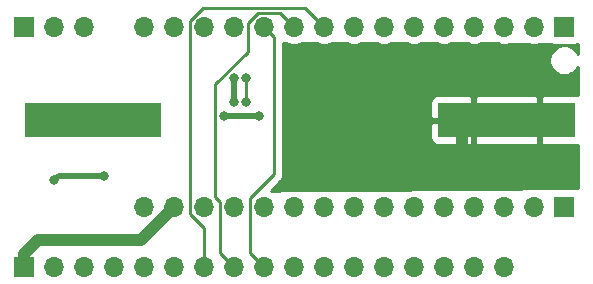
<source format=gbr>
G04 #@! TF.GenerationSoftware,KiCad,Pcbnew,5.1.5+dfsg1-2build2*
G04 #@! TF.CreationDate,2021-06-04T03:42:04+02:00*
G04 #@! TF.ProjectId,circuit8,63697263-7569-4743-982e-6b696361645f,rev?*
G04 #@! TF.SameCoordinates,Original*
G04 #@! TF.FileFunction,Copper,L2,Bot*
G04 #@! TF.FilePolarity,Positive*
%FSLAX46Y46*%
G04 Gerber Fmt 4.6, Leading zero omitted, Abs format (unit mm)*
G04 Created by KiCad (PCBNEW 5.1.5+dfsg1-2build2) date 2021-06-04 03:42:04*
%MOMM*%
%LPD*%
G04 APERTURE LIST*
%ADD10R,6.000000X3.000000*%
%ADD11O,1.700000X1.700000*%
%ADD12R,1.700000X1.700000*%
%ADD13C,0.800000*%
%ADD14C,1.000000*%
%ADD15C,0.500000*%
%ADD16C,0.250000*%
%ADD17C,0.254000*%
G04 APERTURE END LIST*
D10*
X28432000Y-33274000D03*
X69032000Y-33274000D03*
X34032000Y-33274000D03*
X63432000Y-33274000D03*
D11*
X35560000Y-25400000D03*
X38100000Y-25400000D03*
X40640000Y-25400000D03*
X43180000Y-25400000D03*
X45720000Y-25400000D03*
X48260000Y-25400000D03*
X50800000Y-25400000D03*
X53340000Y-25400000D03*
X55880000Y-25400000D03*
X58420000Y-25400000D03*
X60960000Y-25400000D03*
X63500000Y-25400000D03*
X66040000Y-25400000D03*
X68580000Y-25400000D03*
D12*
X71120000Y-25400000D03*
X71120000Y-40640000D03*
D11*
X68580000Y-40640000D03*
X66040000Y-40640000D03*
X63500000Y-40640000D03*
X60960000Y-40640000D03*
X58420000Y-40640000D03*
X55880000Y-40640000D03*
X53340000Y-40640000D03*
X50800000Y-40640000D03*
X48260000Y-40640000D03*
X45720000Y-40640000D03*
X43180000Y-40640000D03*
X40640000Y-40640000D03*
X38100000Y-40640000D03*
X35560000Y-40640000D03*
D12*
X25400000Y-45720000D03*
D11*
X27940000Y-45720000D03*
X30480000Y-45720000D03*
X33020000Y-45720000D03*
X35560000Y-45720000D03*
X38100000Y-45720000D03*
X40640000Y-45720000D03*
X43180000Y-45720000D03*
X45720000Y-45720000D03*
X48260000Y-45720000D03*
X50800000Y-45720000D03*
X53340000Y-45720000D03*
X55880000Y-45720000D03*
X58420000Y-45720000D03*
X60960000Y-45720000D03*
X63500000Y-45720000D03*
X66040000Y-45720000D03*
D12*
X25400000Y-25400000D03*
D11*
X27940000Y-25400000D03*
X30480000Y-25400000D03*
D13*
X28956000Y-43434000D03*
X43180000Y-31750000D03*
X43180000Y-29718000D03*
X62484000Y-38608000D03*
X45324000Y-32878000D03*
X27940000Y-38354000D03*
X32131000Y-37973000D03*
X42306000Y-32878000D03*
X44196000Y-31750000D03*
X44196000Y-29718000D03*
D14*
X26586000Y-43434000D02*
X25400000Y-44620000D01*
X25400000Y-44620000D02*
X25400000Y-45720000D01*
X28956000Y-43434000D02*
X26586000Y-43434000D01*
X35306000Y-43434000D02*
X38100000Y-40640000D01*
X28956000Y-43434000D02*
X35306000Y-43434000D01*
D15*
X43180000Y-31750000D02*
X43180000Y-29718000D01*
D16*
X43180000Y-29718000D02*
X43180000Y-29718000D01*
X62484000Y-33326000D02*
X62432000Y-33274000D01*
D14*
X62484000Y-38608000D02*
X62484000Y-33580000D01*
D15*
X45324000Y-32878000D02*
X42306000Y-32878000D01*
D16*
X42306000Y-32878000D02*
X42306000Y-32878000D01*
X32112001Y-37954001D02*
X32131000Y-37973000D01*
X32131000Y-37973000D02*
X32258000Y-38100000D01*
X42306000Y-32878000D02*
X42306000Y-32878000D01*
D15*
X28321000Y-37973000D02*
X27940000Y-38354000D01*
X32131000Y-37973000D02*
X28321000Y-37973000D01*
D16*
X44870001Y-44870001D02*
X45720000Y-45720000D01*
X44544999Y-39886001D02*
X44544999Y-44544999D01*
X46569999Y-37861001D02*
X44544999Y-39886001D01*
X46569999Y-26249999D02*
X46569999Y-37861001D01*
X44544999Y-44544999D02*
X44870001Y-44870001D01*
X45720000Y-25400000D02*
X46569999Y-26249999D01*
X42004999Y-44544999D02*
X42330001Y-44870001D01*
X42004999Y-40226999D02*
X42004999Y-44544999D01*
X41580999Y-39802999D02*
X42004999Y-40226999D01*
X41580999Y-30243999D02*
X41580999Y-39802999D01*
X44355001Y-27469997D02*
X41580999Y-30243999D01*
X42330001Y-44870001D02*
X43180000Y-45720000D01*
X44355001Y-25025997D02*
X44355001Y-27469997D01*
X45155999Y-24224999D02*
X44355001Y-25025997D01*
X47084999Y-24224999D02*
X45155999Y-24224999D01*
X48260000Y-25400000D02*
X47084999Y-24224999D01*
X40640000Y-44517919D02*
X40640000Y-45720000D01*
X40640000Y-42379002D02*
X40640000Y-44517919D01*
X39464999Y-41204001D02*
X40640000Y-42379002D01*
X39464999Y-24835999D02*
X39464999Y-41204001D01*
X49151247Y-23751247D02*
X40549751Y-23751247D01*
X40549751Y-23751247D02*
X39464999Y-24835999D01*
X50800000Y-25400000D02*
X49151247Y-23751247D01*
X44196000Y-31750000D02*
X44196000Y-29718000D01*
X44196000Y-29718000D02*
X44196000Y-29718000D01*
D17*
G36*
X47606588Y-26736700D02*
G01*
X47826842Y-26827932D01*
X48113740Y-26885000D01*
X48406260Y-26885000D01*
X48693158Y-26827932D01*
X48905781Y-26739861D01*
X50161596Y-26742917D01*
X50366842Y-26827932D01*
X50653740Y-26885000D01*
X50946260Y-26885000D01*
X51233158Y-26827932D01*
X51430948Y-26746005D01*
X52716604Y-26749133D01*
X52906842Y-26827932D01*
X53193740Y-26885000D01*
X53486260Y-26885000D01*
X53773158Y-26827932D01*
X53956115Y-26752149D01*
X55271613Y-26755350D01*
X55446842Y-26827932D01*
X55733740Y-26885000D01*
X56026260Y-26885000D01*
X56313158Y-26827932D01*
X56481282Y-26758293D01*
X57826621Y-26761567D01*
X57986842Y-26827932D01*
X58273740Y-26885000D01*
X58566260Y-26885000D01*
X58853158Y-26827932D01*
X59006448Y-26764437D01*
X60381629Y-26767783D01*
X60526842Y-26827932D01*
X60813740Y-26885000D01*
X61106260Y-26885000D01*
X61393158Y-26827932D01*
X61531615Y-26770581D01*
X62936638Y-26774000D01*
X63066842Y-26827932D01*
X63353740Y-26885000D01*
X63646260Y-26885000D01*
X63933158Y-26827932D01*
X64056782Y-26776725D01*
X65491646Y-26780217D01*
X65606842Y-26827932D01*
X65893740Y-26885000D01*
X66186260Y-26885000D01*
X66473158Y-26827932D01*
X66581949Y-26782869D01*
X68046654Y-26786433D01*
X68146842Y-26827932D01*
X68433740Y-26885000D01*
X68726260Y-26885000D01*
X69013158Y-26827932D01*
X69107116Y-26789013D01*
X69935133Y-26791028D01*
X70025820Y-26839502D01*
X70145518Y-26875812D01*
X70270000Y-26888072D01*
X71970000Y-26888072D01*
X72094482Y-26875812D01*
X72214180Y-26839502D01*
X72263000Y-26813407D01*
X72263000Y-27643057D01*
X72242651Y-27593930D01*
X72104012Y-27386442D01*
X71927558Y-27209988D01*
X71720070Y-27071349D01*
X71489521Y-26975852D01*
X71244772Y-26927169D01*
X70995228Y-26927169D01*
X70750479Y-26975852D01*
X70519930Y-27071349D01*
X70312442Y-27209988D01*
X70135988Y-27386442D01*
X69997349Y-27593930D01*
X69901852Y-27824479D01*
X69853169Y-28069228D01*
X69853169Y-28318772D01*
X69901852Y-28563521D01*
X69997349Y-28794070D01*
X70135988Y-29001558D01*
X70312442Y-29178012D01*
X70519930Y-29316651D01*
X70750479Y-29412148D01*
X70995228Y-29460831D01*
X71244772Y-29460831D01*
X71489521Y-29412148D01*
X71720070Y-29316651D01*
X71927558Y-29178012D01*
X72104012Y-29001558D01*
X72242651Y-28794070D01*
X72263000Y-28744943D01*
X72263000Y-31180500D01*
X72156482Y-31148188D01*
X72032000Y-31135928D01*
X69317750Y-31139000D01*
X69159000Y-31297750D01*
X69159000Y-33147000D01*
X69179000Y-33147000D01*
X69179000Y-33401000D01*
X69159000Y-33401000D01*
X69159000Y-35250250D01*
X69317750Y-35409000D01*
X72032000Y-35412072D01*
X72156482Y-35399812D01*
X72263000Y-35367500D01*
X72263000Y-38990165D01*
X53525766Y-39162858D01*
X53486260Y-39155000D01*
X53193740Y-39155000D01*
X53136182Y-39166449D01*
X51098245Y-39185232D01*
X50946260Y-39155000D01*
X50653740Y-39155000D01*
X50472775Y-39190997D01*
X48670723Y-39207605D01*
X48406260Y-39155000D01*
X48113740Y-39155000D01*
X47826842Y-39212068D01*
X47818657Y-39215458D01*
X46276127Y-39229675D01*
X47081007Y-38424796D01*
X47110000Y-38401002D01*
X47133794Y-38372009D01*
X47133798Y-38372005D01*
X47204972Y-38285278D01*
X47204973Y-38285277D01*
X47275545Y-38153248D01*
X47319002Y-38009987D01*
X47329999Y-37898334D01*
X47329999Y-37898325D01*
X47333675Y-37861002D01*
X47329999Y-37823679D01*
X47329999Y-34774000D01*
X59793928Y-34774000D01*
X59806188Y-34898482D01*
X59842498Y-35018180D01*
X59901463Y-35128494D01*
X59980815Y-35225185D01*
X60077506Y-35304537D01*
X60187820Y-35363502D01*
X60307518Y-35399812D01*
X60432000Y-35412072D01*
X63146250Y-35409000D01*
X63305000Y-35250250D01*
X63305000Y-33401000D01*
X63559000Y-33401000D01*
X63559000Y-35250250D01*
X63717750Y-35409000D01*
X66027350Y-35411614D01*
X66032000Y-35412072D01*
X66232000Y-35411846D01*
X66432000Y-35412072D01*
X66436650Y-35411614D01*
X68746250Y-35409000D01*
X68905000Y-35250250D01*
X68905000Y-33401000D01*
X63559000Y-33401000D01*
X63305000Y-33401000D01*
X59955750Y-33401000D01*
X59797000Y-33559750D01*
X59793928Y-34774000D01*
X47329999Y-34774000D01*
X47329999Y-31774000D01*
X59793928Y-31774000D01*
X59797000Y-32988250D01*
X59955750Y-33147000D01*
X63305000Y-33147000D01*
X63305000Y-31297750D01*
X63559000Y-31297750D01*
X63559000Y-33147000D01*
X68905000Y-33147000D01*
X68905000Y-31297750D01*
X68746250Y-31139000D01*
X66436650Y-31136386D01*
X66432000Y-31135928D01*
X66232000Y-31136154D01*
X66032000Y-31135928D01*
X66027350Y-31136386D01*
X63717750Y-31139000D01*
X63559000Y-31297750D01*
X63305000Y-31297750D01*
X63146250Y-31139000D01*
X60432000Y-31135928D01*
X60307518Y-31148188D01*
X60187820Y-31184498D01*
X60077506Y-31243463D01*
X59980815Y-31322815D01*
X59901463Y-31419506D01*
X59842498Y-31529820D01*
X59806188Y-31649518D01*
X59793928Y-31774000D01*
X47329999Y-31774000D01*
X47329999Y-26736027D01*
X47606588Y-26736700D01*
G37*
X47606588Y-26736700D02*
X47826842Y-26827932D01*
X48113740Y-26885000D01*
X48406260Y-26885000D01*
X48693158Y-26827932D01*
X48905781Y-26739861D01*
X50161596Y-26742917D01*
X50366842Y-26827932D01*
X50653740Y-26885000D01*
X50946260Y-26885000D01*
X51233158Y-26827932D01*
X51430948Y-26746005D01*
X52716604Y-26749133D01*
X52906842Y-26827932D01*
X53193740Y-26885000D01*
X53486260Y-26885000D01*
X53773158Y-26827932D01*
X53956115Y-26752149D01*
X55271613Y-26755350D01*
X55446842Y-26827932D01*
X55733740Y-26885000D01*
X56026260Y-26885000D01*
X56313158Y-26827932D01*
X56481282Y-26758293D01*
X57826621Y-26761567D01*
X57986842Y-26827932D01*
X58273740Y-26885000D01*
X58566260Y-26885000D01*
X58853158Y-26827932D01*
X59006448Y-26764437D01*
X60381629Y-26767783D01*
X60526842Y-26827932D01*
X60813740Y-26885000D01*
X61106260Y-26885000D01*
X61393158Y-26827932D01*
X61531615Y-26770581D01*
X62936638Y-26774000D01*
X63066842Y-26827932D01*
X63353740Y-26885000D01*
X63646260Y-26885000D01*
X63933158Y-26827932D01*
X64056782Y-26776725D01*
X65491646Y-26780217D01*
X65606842Y-26827932D01*
X65893740Y-26885000D01*
X66186260Y-26885000D01*
X66473158Y-26827932D01*
X66581949Y-26782869D01*
X68046654Y-26786433D01*
X68146842Y-26827932D01*
X68433740Y-26885000D01*
X68726260Y-26885000D01*
X69013158Y-26827932D01*
X69107116Y-26789013D01*
X69935133Y-26791028D01*
X70025820Y-26839502D01*
X70145518Y-26875812D01*
X70270000Y-26888072D01*
X71970000Y-26888072D01*
X72094482Y-26875812D01*
X72214180Y-26839502D01*
X72263000Y-26813407D01*
X72263000Y-27643057D01*
X72242651Y-27593930D01*
X72104012Y-27386442D01*
X71927558Y-27209988D01*
X71720070Y-27071349D01*
X71489521Y-26975852D01*
X71244772Y-26927169D01*
X70995228Y-26927169D01*
X70750479Y-26975852D01*
X70519930Y-27071349D01*
X70312442Y-27209988D01*
X70135988Y-27386442D01*
X69997349Y-27593930D01*
X69901852Y-27824479D01*
X69853169Y-28069228D01*
X69853169Y-28318772D01*
X69901852Y-28563521D01*
X69997349Y-28794070D01*
X70135988Y-29001558D01*
X70312442Y-29178012D01*
X70519930Y-29316651D01*
X70750479Y-29412148D01*
X70995228Y-29460831D01*
X71244772Y-29460831D01*
X71489521Y-29412148D01*
X71720070Y-29316651D01*
X71927558Y-29178012D01*
X72104012Y-29001558D01*
X72242651Y-28794070D01*
X72263000Y-28744943D01*
X72263000Y-31180500D01*
X72156482Y-31148188D01*
X72032000Y-31135928D01*
X69317750Y-31139000D01*
X69159000Y-31297750D01*
X69159000Y-33147000D01*
X69179000Y-33147000D01*
X69179000Y-33401000D01*
X69159000Y-33401000D01*
X69159000Y-35250250D01*
X69317750Y-35409000D01*
X72032000Y-35412072D01*
X72156482Y-35399812D01*
X72263000Y-35367500D01*
X72263000Y-38990165D01*
X53525766Y-39162858D01*
X53486260Y-39155000D01*
X53193740Y-39155000D01*
X53136182Y-39166449D01*
X51098245Y-39185232D01*
X50946260Y-39155000D01*
X50653740Y-39155000D01*
X50472775Y-39190997D01*
X48670723Y-39207605D01*
X48406260Y-39155000D01*
X48113740Y-39155000D01*
X47826842Y-39212068D01*
X47818657Y-39215458D01*
X46276127Y-39229675D01*
X47081007Y-38424796D01*
X47110000Y-38401002D01*
X47133794Y-38372009D01*
X47133798Y-38372005D01*
X47204972Y-38285278D01*
X47204973Y-38285277D01*
X47275545Y-38153248D01*
X47319002Y-38009987D01*
X47329999Y-37898334D01*
X47329999Y-37898325D01*
X47333675Y-37861002D01*
X47329999Y-37823679D01*
X47329999Y-34774000D01*
X59793928Y-34774000D01*
X59806188Y-34898482D01*
X59842498Y-35018180D01*
X59901463Y-35128494D01*
X59980815Y-35225185D01*
X60077506Y-35304537D01*
X60187820Y-35363502D01*
X60307518Y-35399812D01*
X60432000Y-35412072D01*
X63146250Y-35409000D01*
X63305000Y-35250250D01*
X63305000Y-33401000D01*
X63559000Y-33401000D01*
X63559000Y-35250250D01*
X63717750Y-35409000D01*
X66027350Y-35411614D01*
X66032000Y-35412072D01*
X66232000Y-35411846D01*
X66432000Y-35412072D01*
X66436650Y-35411614D01*
X68746250Y-35409000D01*
X68905000Y-35250250D01*
X68905000Y-33401000D01*
X63559000Y-33401000D01*
X63305000Y-33401000D01*
X59955750Y-33401000D01*
X59797000Y-33559750D01*
X59793928Y-34774000D01*
X47329999Y-34774000D01*
X47329999Y-31774000D01*
X59793928Y-31774000D01*
X59797000Y-32988250D01*
X59955750Y-33147000D01*
X63305000Y-33147000D01*
X63305000Y-31297750D01*
X63559000Y-31297750D01*
X63559000Y-33147000D01*
X68905000Y-33147000D01*
X68905000Y-31297750D01*
X68746250Y-31139000D01*
X66436650Y-31136386D01*
X66432000Y-31135928D01*
X66232000Y-31136154D01*
X66032000Y-31135928D01*
X66027350Y-31136386D01*
X63717750Y-31139000D01*
X63559000Y-31297750D01*
X63305000Y-31297750D01*
X63146250Y-31139000D01*
X60432000Y-31135928D01*
X60307518Y-31148188D01*
X60187820Y-31184498D01*
X60077506Y-31243463D01*
X59980815Y-31322815D01*
X59901463Y-31419506D01*
X59842498Y-31529820D01*
X59806188Y-31649518D01*
X59793928Y-31774000D01*
X47329999Y-31774000D01*
X47329999Y-26736027D01*
X47606588Y-26736700D01*
M02*

</source>
